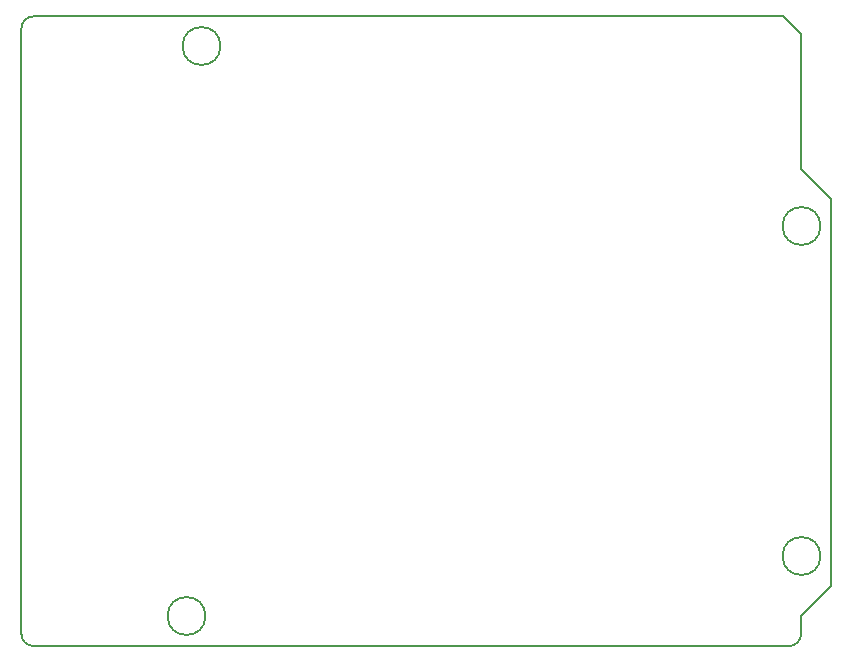
<source format=gko>
G04*
G04 #@! TF.GenerationSoftware,Altium Limited,Altium Designer,23.0.1 (38)*
G04*
G04 Layer_Color=16711935*
%FSLAX44Y44*%
%MOMM*%
G71*
G04*
G04 #@! TF.SameCoordinates,88FC3FB3-D5F9-4073-A5BC-648FF294B969*
G04*
G04*
G04 #@! TF.FilePolarity,Positive*
G04*
G01*
G75*
%ADD10C,0.2000*%
D10*
X168476Y508000D02*
G03*
X168476Y508000I-16076J0D01*
G01*
X676476Y76200D02*
G03*
X676476Y76200I-16076J0D01*
G01*
X155776Y25400D02*
G03*
X155776Y25400I-16076J0D01*
G01*
X676476Y355600D02*
G03*
X676476Y355600I-16076J0D01*
G01*
X650010Y0D02*
G03*
X659955Y9945I0J9945D01*
G01*
X0D02*
G03*
X9945Y0I9945J0D01*
G01*
Y533000D02*
G03*
X0Y522844I106J-10051D01*
G01*
X659955Y9945D02*
Y25391D01*
X9945Y0D02*
X650010D01*
X644721Y533000D02*
X659955Y517765D01*
Y403506D02*
Y517765D01*
X0Y9945D02*
Y522844D01*
X659955Y403506D02*
X685346Y378115D01*
X9945Y533000D02*
X644721D01*
X685346Y50782D02*
Y378115D01*
X659955Y25391D02*
X685346Y50782D01*
M02*

</source>
